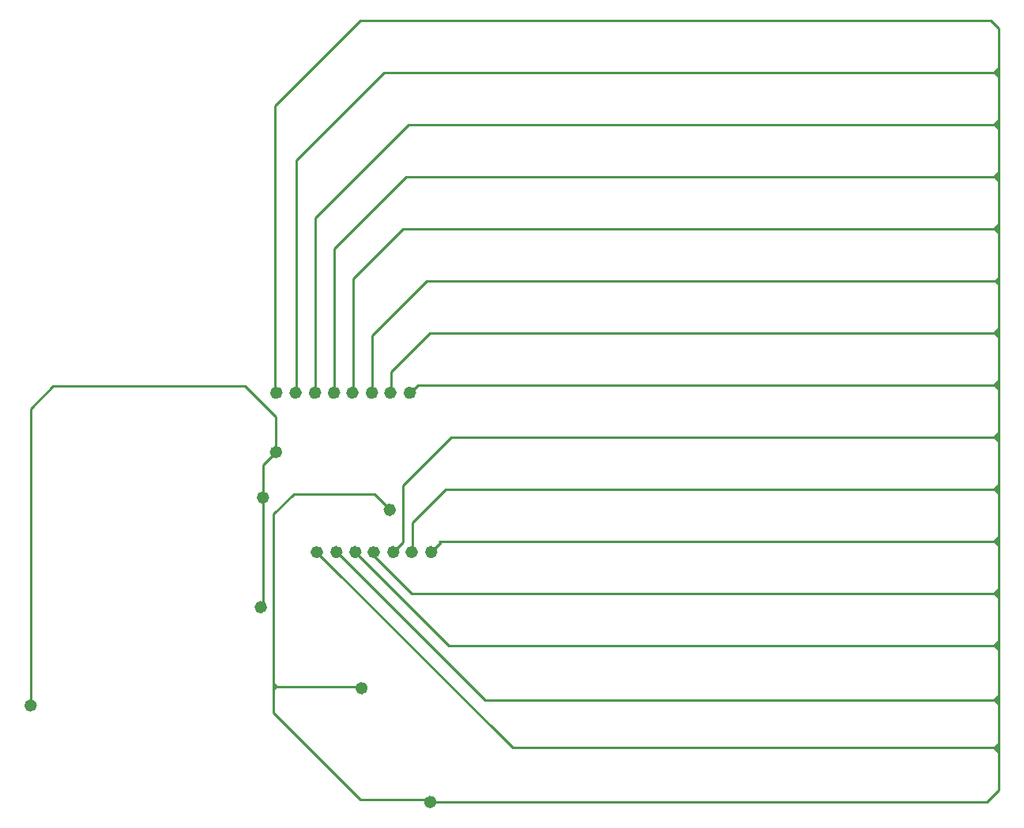
<source format=gbr>
%TF.GenerationSoftware,KiCad,Pcbnew,(6.0.7)*%
%TF.CreationDate,2022-10-28T17:52:02-04:00*%
%TF.ProjectId,double_layer_prototype1,646f7562-6c65-45f6-9c61-7965725f7072,rev?*%
%TF.SameCoordinates,Original*%
%TF.FileFunction,Copper,L2,Bot*%
%TF.FilePolarity,Positive*%
%FSLAX46Y46*%
G04 Gerber Fmt 4.6, Leading zero omitted, Abs format (unit mm)*
G04 Created by KiCad (PCBNEW (6.0.7)) date 2022-10-28 17:52:02*
%MOMM*%
%LPD*%
G01*
G04 APERTURE LIST*
%TA.AperFunction,NonConductor*%
%ADD10C,0.667961*%
%TD*%
%TA.AperFunction,ViaPad*%
%ADD11C,0.710000*%
%TD*%
%TA.AperFunction,Conductor*%
%ADD12C,0.250000*%
%TD*%
G04 APERTURE END LIST*
D10*
X91011980Y-125222000D02*
G75*
G03*
X91011980Y-125222000I-333980J0D01*
G01*
X84856019Y-125222000D02*
G75*
G03*
X84856019Y-125222000I-333980J0D01*
G01*
X80851980Y-125222000D02*
G75*
G03*
X80851980Y-125222000I-333980J0D01*
G01*
X86947980Y-125222000D02*
G75*
G03*
X86947980Y-125222000I-333980J0D01*
G01*
X82883980Y-125222000D02*
G75*
G03*
X82883980Y-125222000I-333980J0D01*
G01*
X88920019Y-125222000D02*
G75*
G03*
X88920019Y-125222000I-333980J0D01*
G01*
X78760019Y-125222000D02*
G75*
G03*
X78760019Y-125222000I-333980J0D01*
G01*
X82570019Y-108144039D02*
G75*
G03*
X82570019Y-108144039I-333980J0D01*
G01*
X48085980Y-141681200D02*
G75*
G03*
X48085980Y-141681200I-333980J0D01*
G01*
X86634019Y-108144039D02*
G75*
G03*
X86634019Y-108144039I-333980J0D01*
G01*
X76474019Y-108144039D02*
G75*
G03*
X76474019Y-108144039I-333980J0D01*
G01*
X72977980Y-119380000D02*
G75*
G03*
X72977980Y-119380000I-333980J0D01*
G01*
X86566980Y-120700800D02*
G75*
G03*
X86566980Y-120700800I-333980J0D01*
G01*
X84661980Y-108144039D02*
G75*
G03*
X84661980Y-108144039I-333980J0D01*
G01*
X74374980Y-114503200D02*
G75*
G03*
X74374980Y-114503200I-333980J0D01*
G01*
X83544380Y-139827000D02*
G75*
G03*
X83544380Y-139827000I-333980J0D01*
G01*
X90910380Y-152044400D02*
G75*
G03*
X90910380Y-152044400I-333980J0D01*
G01*
X74416619Y-108144039D02*
G75*
G03*
X74416619Y-108144039I-333980J0D01*
G01*
X88725980Y-108144039D02*
G75*
G03*
X88725980Y-108144039I-333980J0D01*
G01*
X78565980Y-108144039D02*
G75*
G03*
X78565980Y-108144039I-333980J0D01*
G01*
X72749380Y-131140200D02*
G75*
G03*
X72749380Y-131140200I-333980J0D01*
G01*
X80597980Y-108144039D02*
G75*
G03*
X80597980Y-108144039I-333980J0D01*
G01*
D11*
%TO.N,*%
X88576878Y-125222000D03*
X90668839Y-125222000D03*
X78426039Y-125222000D03*
X80518000Y-125222000D03*
X86604839Y-125222000D03*
X84512878Y-125222000D03*
X82540839Y-125222000D03*
X86290878Y-108144039D03*
X78232000Y-108144039D03*
X83210400Y-139827000D03*
X74108039Y-108144039D03*
X76140039Y-108144039D03*
X72644000Y-119380000D03*
X88382839Y-108144039D03*
X72415400Y-131140200D03*
X74041000Y-114494039D03*
X84318839Y-108144039D03*
X86233000Y-120709961D03*
X47752000Y-141672039D03*
X90576400Y-152044400D03*
X82226878Y-108144039D03*
X80254839Y-108144039D03*
%TD*%
D12*
%TO.N,*%
X151046600Y-146235000D02*
X151053800Y-146227800D01*
X99422800Y-146235000D02*
X151046600Y-146235000D01*
X78435200Y-125247400D02*
X99422800Y-146235000D01*
X150976902Y-141097698D02*
X151028400Y-141046200D01*
X96419098Y-141097698D02*
X150976902Y-141097698D01*
X80543400Y-125222000D02*
X96419098Y-141097698D01*
%TO.N,unconnected-(U1-Pad8)*%
X92532200Y-135255000D02*
X92964000Y-135255000D01*
X82550000Y-125272800D02*
X92532200Y-135255000D01*
X92964000Y-135255000D02*
X150876000Y-135255000D01*
X88620600Y-129667000D02*
X84531200Y-125577600D01*
X84531200Y-125577600D02*
X84531200Y-125272800D01*
X151003000Y-129667000D02*
X88620600Y-129667000D01*
X87630000Y-124206000D02*
X86614000Y-125222000D01*
X92837000Y-112903000D02*
X87630000Y-118110000D01*
X87630000Y-118110000D02*
X87630000Y-124206000D01*
X150876000Y-112903000D02*
X92837000Y-112903000D01*
X88646000Y-122047000D02*
X88646000Y-125222000D01*
X92202000Y-118491000D02*
X88646000Y-122047000D01*
X150876000Y-118491000D02*
X92202000Y-118491000D01*
X73914000Y-77343000D02*
X73914000Y-108204000D01*
X83058000Y-68199000D02*
X73914000Y-77343000D01*
X150622000Y-68199000D02*
X83058000Y-68199000D01*
X151511000Y-150749000D02*
X151511000Y-69088000D01*
X151511000Y-69088000D02*
X150622000Y-68199000D01*
X150241000Y-152019000D02*
X151511000Y-150749000D01*
X90874000Y-152019000D02*
X150241000Y-152019000D01*
X76200000Y-83185000D02*
X76200000Y-108458000D01*
X85598000Y-73787000D02*
X76200000Y-83185000D01*
X151061000Y-73787000D02*
X85598000Y-73787000D01*
X78232000Y-89408000D02*
X78232000Y-108204000D01*
X88265000Y-79375000D02*
X78232000Y-89408000D01*
X151061000Y-79375000D02*
X88265000Y-79375000D01*
X80264000Y-92710000D02*
X80264000Y-108204000D01*
X151061000Y-84963000D02*
X88011000Y-84963000D01*
X88011000Y-84963000D02*
X80264000Y-92710000D01*
X82296000Y-95885000D02*
X82296000Y-108204000D01*
X87630000Y-90551000D02*
X82296000Y-95885000D01*
X150876000Y-90551000D02*
X87630000Y-90551000D01*
X84328000Y-101981000D02*
X84328000Y-107950000D01*
X90170000Y-96139000D02*
X84328000Y-101981000D01*
X90551000Y-101727000D02*
X86360000Y-105918000D01*
X86360000Y-105918000D02*
X86360000Y-108204000D01*
X151003000Y-101727000D02*
X90551000Y-101727000D01*
X89281000Y-107315000D02*
X88392000Y-108204000D01*
X150876000Y-107315000D02*
X89281000Y-107315000D01*
%TO.N,Net-(A1-Pad27)*%
X83185000Y-139700000D02*
X83286600Y-139801600D01*
X73787000Y-139700000D02*
X83185000Y-139700000D01*
X73787000Y-139700000D02*
X73787000Y-142494000D01*
X73787000Y-121158000D02*
X73787000Y-139700000D01*
X83058000Y-151765000D02*
X90170000Y-151765000D01*
X90170000Y-151765000D02*
X90424000Y-152019000D01*
X75946000Y-118999000D02*
X73787000Y-121158000D01*
X73787000Y-142494000D02*
X83058000Y-151765000D01*
X84582000Y-118999000D02*
X75946000Y-118999000D01*
X86292961Y-120709961D02*
X84582000Y-118999000D01*
X73787000Y-139319000D02*
X73787000Y-139700000D01*
X73787000Y-139700000D02*
X74168000Y-139700000D01*
X74168000Y-139700000D02*
X74041000Y-139700000D01*
X74168000Y-139700000D02*
X73787000Y-139319000D01*
X74041000Y-139700000D02*
X73787000Y-139954000D01*
X73787000Y-139700000D02*
X73787000Y-139954000D01*
%TO.N,GND*%
X72644000Y-115891039D02*
X74041000Y-114494039D01*
X47752000Y-109855000D02*
X47752000Y-141605000D01*
X72411832Y-131127832D02*
X72644000Y-130895664D01*
X50165000Y-107442000D02*
X47752000Y-109855000D01*
X74041000Y-114494039D02*
X74041000Y-110744000D01*
X74041000Y-110744000D02*
X70739000Y-107442000D01*
X70739000Y-107442000D02*
X50165000Y-107442000D01*
X72644000Y-130895664D02*
X72644000Y-115891039D01*
%TO.N,unconnected-(U1-Pad8)*%
X151384000Y-107442000D02*
X151257000Y-107315000D01*
X151384000Y-124460000D02*
X151003000Y-124079000D01*
X151384000Y-118618000D02*
X151257000Y-118491000D01*
X151003000Y-90551000D02*
X151384000Y-90170000D01*
X151384000Y-118237000D02*
X151384000Y-118745000D01*
X151130000Y-96139000D02*
X151511000Y-95758000D01*
X151003000Y-73787000D02*
X151384000Y-73406000D01*
X151384000Y-129413000D02*
X151384000Y-129921000D01*
X151384000Y-73533000D02*
X151384000Y-74041000D01*
X151384000Y-130048000D02*
X151003000Y-129667000D01*
X151003000Y-107315000D02*
X151384000Y-106934000D01*
X151384000Y-85090000D02*
X151257000Y-84963000D01*
X151511000Y-96520000D02*
X151130000Y-96139000D01*
X151384000Y-124206000D02*
X151257000Y-124079000D01*
X151003000Y-135255000D02*
X151384000Y-134874000D01*
X151003000Y-101727000D02*
X151384000Y-101346000D01*
X151384000Y-135001000D02*
X151384000Y-135509000D01*
X151384000Y-79502000D02*
X151257000Y-79375000D01*
X151384000Y-101473000D02*
X151384000Y-101981000D01*
X151511000Y-95885000D02*
X151511000Y-96393000D01*
X151384000Y-146608800D02*
X151003000Y-146227800D01*
X151384000Y-135382000D02*
X151257000Y-135255000D01*
X151003000Y-84963000D02*
X151384000Y-84582000D01*
X151384000Y-113284000D02*
X151003000Y-112903000D01*
X151384000Y-107061000D02*
X151384000Y-107569000D01*
X151003000Y-118491000D02*
X151384000Y-118110000D01*
X151384000Y-85344000D02*
X151003000Y-84963000D01*
X151384000Y-141198600D02*
X151257000Y-141071600D01*
X151384000Y-112649000D02*
X151384000Y-113157000D01*
X151384000Y-135636000D02*
X151003000Y-135255000D01*
X151384000Y-141452600D02*
X151003000Y-141071600D01*
X151384000Y-73914000D02*
X151257000Y-73787000D01*
X151384000Y-90678000D02*
X151257000Y-90551000D01*
X151003000Y-124079000D02*
X151384000Y-123698000D01*
X151003000Y-146227800D02*
X151384000Y-145846800D01*
X151003000Y-112903000D02*
X151384000Y-112522000D01*
X151384000Y-90932000D02*
X151003000Y-90551000D01*
X151384000Y-129794000D02*
X151257000Y-129667000D01*
X151384000Y-145973800D02*
X151384000Y-146481800D01*
X151384000Y-79756000D02*
X151003000Y-79375000D01*
X151511000Y-96266000D02*
X151384000Y-96139000D01*
X151384000Y-90297000D02*
X151384000Y-90805000D01*
X151384000Y-140817600D02*
X151384000Y-141325600D01*
X90170000Y-96139000D02*
X151257000Y-96139000D01*
X151384000Y-113030000D02*
X151257000Y-112903000D01*
X151003000Y-141071600D02*
X151384000Y-140690600D01*
X151384000Y-118872000D02*
X151003000Y-118491000D01*
X151384000Y-74168000D02*
X151003000Y-73787000D01*
X91694000Y-124206000D02*
X90678000Y-125222000D01*
X151384000Y-102108000D02*
X151003000Y-101727000D01*
X151384000Y-101854000D02*
X151257000Y-101727000D01*
X151384000Y-123825000D02*
X151384000Y-124333000D01*
X151384000Y-84709000D02*
X151384000Y-85217000D01*
X151003000Y-79375000D02*
X151384000Y-78994000D01*
X151003000Y-124079000D02*
X91567000Y-124079000D01*
X151384000Y-146354800D02*
X151257000Y-146227800D01*
X151384000Y-79121000D02*
X151384000Y-79629000D01*
X151003000Y-129667000D02*
X151384000Y-129286000D01*
X151384000Y-107696000D02*
X151003000Y-107315000D01*
%TD*%
M02*

</source>
